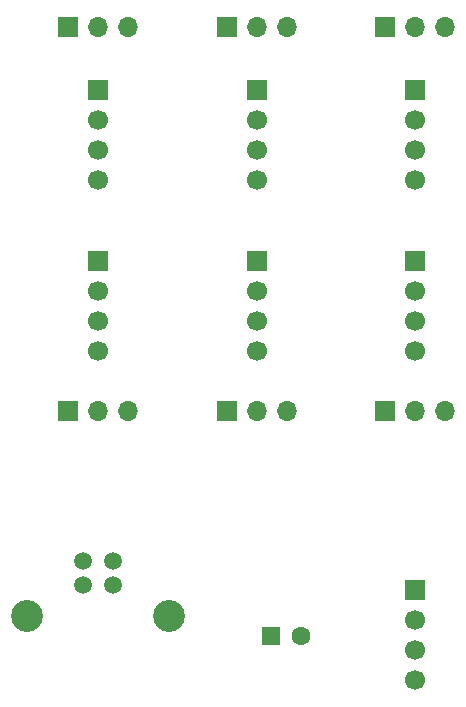
<source format=gbr>
G04 #@! TF.FileFunction,Soldermask,Top*
%FSLAX45Y45*%
G04 Gerber Fmt 4.5, Leading zero omitted, Abs format (unit mm)*
G04 Created by KiCad (PCBNEW 4.0.6) date 08/29/18 06:28:06*
%MOMM*%
%LPD*%
G01*
G04 APERTURE LIST*
%ADD10C,0.100000*%
%ADD11C,1.520000*%
%ADD12C,2.700000*%
%ADD13R,1.700000X1.700000*%
%ADD14O,1.700000X1.700000*%
%ADD15R,1.600000X1.600000*%
%ADD16C,1.600000*%
%ADD17C,1.700000*%
G04 APERTURE END LIST*
D10*
D11*
X13490000Y-10446000D03*
X13744000Y-10446000D03*
X13744000Y-10646000D03*
X13490000Y-10646000D03*
D12*
X13017000Y-10916000D03*
X14217000Y-10916000D03*
D13*
X13365480Y-5923280D03*
D14*
X13619480Y-5923280D03*
X13873480Y-5923280D03*
D13*
X14706600Y-5923280D03*
D14*
X14960600Y-5923280D03*
X15214600Y-5923280D03*
D13*
X16047720Y-5923280D03*
D14*
X16301720Y-5923280D03*
X16555720Y-5923280D03*
D13*
X13365480Y-9179560D03*
D14*
X13619480Y-9179560D03*
X13873480Y-9179560D03*
D13*
X14706600Y-9179560D03*
D14*
X14960600Y-9179560D03*
X15214600Y-9179560D03*
D13*
X16047720Y-9179560D03*
D14*
X16301720Y-9179560D03*
X16555720Y-9179560D03*
D15*
X15086000Y-11086000D03*
D16*
X15336000Y-11086000D03*
D13*
X16301720Y-10693400D03*
D17*
X16301720Y-10947400D03*
X16301720Y-11201400D03*
X16301720Y-11455400D03*
D13*
X13619480Y-6461760D03*
D17*
X13619480Y-6715760D03*
X13619480Y-6969760D03*
X13619480Y-7223760D03*
D13*
X14960600Y-6461760D03*
D17*
X14960600Y-6715760D03*
X14960600Y-6969760D03*
X14960600Y-7223760D03*
D13*
X16301720Y-6461760D03*
D17*
X16301720Y-6715760D03*
X16301720Y-6969760D03*
X16301720Y-7223760D03*
D13*
X13619480Y-7904480D03*
D17*
X13619480Y-8158480D03*
X13619480Y-8412480D03*
X13619480Y-8666480D03*
D13*
X14960600Y-7904480D03*
D17*
X14960600Y-8158480D03*
X14960600Y-8412480D03*
X14960600Y-8666480D03*
D13*
X16301720Y-7904480D03*
D17*
X16301720Y-8158480D03*
X16301720Y-8412480D03*
X16301720Y-8666480D03*
M02*

</source>
